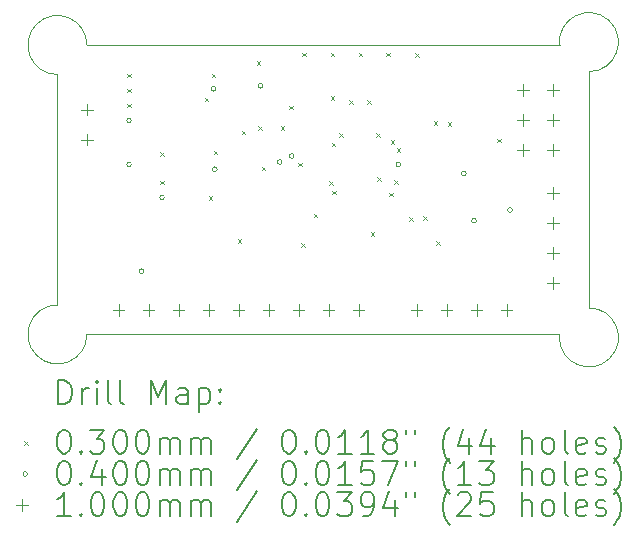
<source format=gbr>
%TF.GenerationSoftware,KiCad,Pcbnew,8.0.5*%
%TF.CreationDate,2024-12-04T08:57:26+06:00*%
%TF.ProjectId,MCU Datalogger,4d435520-4461-4746-916c-6f676765722e,rev?*%
%TF.SameCoordinates,Original*%
%TF.FileFunction,Drillmap*%
%TF.FilePolarity,Positive*%
%FSLAX45Y45*%
G04 Gerber Fmt 4.5, Leading zero omitted, Abs format (unit mm)*
G04 Created by KiCad (PCBNEW 8.0.5) date 2024-12-04 08:57:26*
%MOMM*%
%LPD*%
G01*
G04 APERTURE LIST*
%ADD10C,0.050000*%
%ADD11C,0.200000*%
%ADD12C,0.100000*%
G04 APERTURE END LIST*
D10*
X9000000Y-8200000D02*
X9000000Y-6250000D01*
X9000000Y-6250000D02*
G75*
G02*
X9250000Y-6000000I0J250000D01*
G01*
X9250000Y-8450000D02*
G75*
G02*
X9000000Y-8200000I-250000J0D01*
G01*
X13500000Y-6225000D02*
X13500000Y-8225000D01*
X13500000Y-8225000D02*
G75*
G02*
X13250000Y-8475000I0J-250000D01*
G01*
X9250000Y-6000000D02*
X13251241Y-5999876D01*
X9250000Y-8450000D02*
X13250000Y-8450000D01*
X13250000Y-8475000D02*
X13250000Y-8450000D01*
X13251241Y-5999876D02*
G75*
G02*
X13500000Y-6225000I248759J24876D01*
G01*
D11*
D12*
X9591280Y-6243560D02*
X9621280Y-6273560D01*
X9621280Y-6243560D02*
X9591280Y-6273560D01*
X9591280Y-6370560D02*
X9621280Y-6400560D01*
X9621280Y-6370560D02*
X9591280Y-6400560D01*
X9591280Y-6497560D02*
X9621280Y-6527560D01*
X9621280Y-6497560D02*
X9591280Y-6527560D01*
X9870680Y-6909040D02*
X9900680Y-6939040D01*
X9900680Y-6909040D02*
X9870680Y-6939040D01*
X9870680Y-7147800D02*
X9900680Y-7177800D01*
X9900680Y-7147800D02*
X9870680Y-7177800D01*
X10246600Y-6446760D02*
X10276600Y-6476760D01*
X10276600Y-6446760D02*
X10246600Y-6476760D01*
X10282160Y-7279880D02*
X10312160Y-7309880D01*
X10312160Y-7279880D02*
X10282160Y-7309880D01*
X10307560Y-6243560D02*
X10337560Y-6273560D01*
X10337560Y-6243560D02*
X10307560Y-6273560D01*
X10322800Y-6893800D02*
X10352800Y-6923800D01*
X10352800Y-6893800D02*
X10322800Y-6923800D01*
X10526000Y-7645640D02*
X10556000Y-7675640D01*
X10556000Y-7645640D02*
X10526000Y-7675640D01*
X10561560Y-6726160D02*
X10591560Y-6756160D01*
X10591560Y-6726160D02*
X10561560Y-6756160D01*
X10688560Y-6136880D02*
X10718560Y-6166880D01*
X10718560Y-6136880D02*
X10688560Y-6166880D01*
X10698720Y-6685520D02*
X10728720Y-6715520D01*
X10728720Y-6685520D02*
X10698720Y-6715520D01*
X10729200Y-7030960D02*
X10759200Y-7060960D01*
X10759200Y-7030960D02*
X10729200Y-7060960D01*
X10891760Y-6685520D02*
X10921760Y-6715520D01*
X10921760Y-6685520D02*
X10891760Y-6715520D01*
X10962880Y-6512800D02*
X10992880Y-6542800D01*
X10992880Y-6512800D02*
X10962880Y-6542800D01*
X11039080Y-6995400D02*
X11069080Y-7025400D01*
X11069080Y-6995400D02*
X11039080Y-7025400D01*
X11064480Y-7676120D02*
X11094480Y-7706120D01*
X11094480Y-7676120D02*
X11064480Y-7706120D01*
X11074640Y-6065760D02*
X11104640Y-6095760D01*
X11104640Y-6065760D02*
X11074640Y-6095760D01*
X11171160Y-7427200D02*
X11201160Y-7457200D01*
X11201160Y-7427200D02*
X11171160Y-7457200D01*
X11303240Y-7152880D02*
X11333240Y-7182880D01*
X11333240Y-7152880D02*
X11303240Y-7182880D01*
X11313400Y-6065760D02*
X11343400Y-6095760D01*
X11343400Y-6065760D02*
X11313400Y-6095760D01*
X11313400Y-6431520D02*
X11343400Y-6461520D01*
X11343400Y-6431520D02*
X11313400Y-6461520D01*
X11323560Y-6827760D02*
X11353560Y-6857760D01*
X11353560Y-6827760D02*
X11323560Y-6857760D01*
X11328640Y-7234160D02*
X11358640Y-7264160D01*
X11358640Y-7234160D02*
X11328640Y-7264160D01*
X11384520Y-6746480D02*
X11414520Y-6776480D01*
X11414520Y-6746480D02*
X11384520Y-6776480D01*
X11470880Y-6467080D02*
X11500880Y-6497080D01*
X11500880Y-6467080D02*
X11470880Y-6497080D01*
X11552160Y-6065760D02*
X11582160Y-6095760D01*
X11582160Y-6065760D02*
X11552160Y-6095760D01*
X11625000Y-6467080D02*
X11655000Y-6497080D01*
X11655000Y-6467080D02*
X11625000Y-6497080D01*
X11653760Y-7584680D02*
X11683760Y-7614680D01*
X11683760Y-7584680D02*
X11653760Y-7614680D01*
X11699480Y-6746480D02*
X11729480Y-6776480D01*
X11729480Y-6746480D02*
X11699480Y-6776480D01*
X11709640Y-7117320D02*
X11739640Y-7147320D01*
X11739640Y-7117320D02*
X11709640Y-7147320D01*
X11785840Y-6065760D02*
X11815840Y-6095760D01*
X11815840Y-6065760D02*
X11785840Y-6095760D01*
X11811240Y-7249400D02*
X11841240Y-7279400D01*
X11841240Y-7249400D02*
X11811240Y-7279400D01*
X11821400Y-6807440D02*
X11851400Y-6837440D01*
X11851400Y-6807440D02*
X11821400Y-6837440D01*
X11851880Y-7142720D02*
X11881880Y-7172720D01*
X11881880Y-7142720D02*
X11851880Y-7172720D01*
X11872200Y-6873480D02*
X11902200Y-6903480D01*
X11902200Y-6873480D02*
X11872200Y-6903480D01*
X11978880Y-7457680D02*
X12008880Y-7487680D01*
X12008880Y-7457680D02*
X11978880Y-7487680D01*
X12029680Y-6070840D02*
X12059680Y-6100840D01*
X12059680Y-6070840D02*
X12029680Y-6100840D01*
X12095720Y-7447520D02*
X12125720Y-7477520D01*
X12125720Y-7447520D02*
X12095720Y-7477520D01*
X12187160Y-6644880D02*
X12217160Y-6674880D01*
X12217160Y-6644880D02*
X12187160Y-6674880D01*
X12207480Y-7660880D02*
X12237480Y-7690880D01*
X12237480Y-7660880D02*
X12207480Y-7690880D01*
X12304000Y-6655040D02*
X12334000Y-6685040D01*
X12334000Y-6655040D02*
X12304000Y-6685040D01*
X12725640Y-6792200D02*
X12755640Y-6822200D01*
X12755640Y-6792200D02*
X12725640Y-6822200D01*
X9626280Y-6639560D02*
G75*
G02*
X9586280Y-6639560I-20000J0D01*
G01*
X9586280Y-6639560D02*
G75*
G02*
X9626280Y-6639560I20000J0D01*
G01*
X9626280Y-7010400D02*
G75*
G02*
X9586280Y-7010400I-20000J0D01*
G01*
X9586280Y-7010400D02*
G75*
G02*
X9626280Y-7010400I20000J0D01*
G01*
X9732960Y-7914640D02*
G75*
G02*
X9692960Y-7914640I-20000J0D01*
G01*
X9692960Y-7914640D02*
G75*
G02*
X9732960Y-7914640I20000J0D01*
G01*
X9905680Y-7289800D02*
G75*
G02*
X9865680Y-7289800I-20000J0D01*
G01*
X9865680Y-7289800D02*
G75*
G02*
X9905680Y-7289800I20000J0D01*
G01*
X10342560Y-6370320D02*
G75*
G02*
X10302560Y-6370320I-20000J0D01*
G01*
X10302560Y-6370320D02*
G75*
G02*
X10342560Y-6370320I20000J0D01*
G01*
X10352720Y-7051040D02*
G75*
G02*
X10312720Y-7051040I-20000J0D01*
G01*
X10312720Y-7051040D02*
G75*
G02*
X10352720Y-7051040I20000J0D01*
G01*
X10738800Y-6344920D02*
G75*
G02*
X10698800Y-6344920I-20000J0D01*
G01*
X10698800Y-6344920D02*
G75*
G02*
X10738800Y-6344920I20000J0D01*
G01*
X10901360Y-6990080D02*
G75*
G02*
X10861360Y-6990080I-20000J0D01*
G01*
X10861360Y-6990080D02*
G75*
G02*
X10901360Y-6990080I20000J0D01*
G01*
X11002960Y-6939280D02*
G75*
G02*
X10962960Y-6939280I-20000J0D01*
G01*
X10962960Y-6939280D02*
G75*
G02*
X11002960Y-6939280I20000J0D01*
G01*
X11907200Y-7010400D02*
G75*
G02*
X11867200Y-7010400I-20000J0D01*
G01*
X11867200Y-7010400D02*
G75*
G02*
X11907200Y-7010400I20000J0D01*
G01*
X12460920Y-7086600D02*
G75*
G02*
X12420920Y-7086600I-20000J0D01*
G01*
X12420920Y-7086600D02*
G75*
G02*
X12460920Y-7086600I20000J0D01*
G01*
X12547280Y-7487920D02*
G75*
G02*
X12507280Y-7487920I-20000J0D01*
G01*
X12507280Y-7487920D02*
G75*
G02*
X12547280Y-7487920I20000J0D01*
G01*
X12852080Y-7396480D02*
G75*
G02*
X12812080Y-7396480I-20000J0D01*
G01*
X12812080Y-7396480D02*
G75*
G02*
X12852080Y-7396480I20000J0D01*
G01*
X9250000Y-6496000D02*
X9250000Y-6596000D01*
X9200000Y-6546000D02*
X9300000Y-6546000D01*
X9250000Y-6750000D02*
X9250000Y-6850000D01*
X9200000Y-6800000D02*
X9300000Y-6800000D01*
X9518000Y-8190000D02*
X9518000Y-8290000D01*
X9468000Y-8240000D02*
X9568000Y-8240000D01*
X9772000Y-8190000D02*
X9772000Y-8290000D01*
X9722000Y-8240000D02*
X9822000Y-8240000D01*
X10026000Y-8190000D02*
X10026000Y-8290000D01*
X9976000Y-8240000D02*
X10076000Y-8240000D01*
X10280000Y-8190000D02*
X10280000Y-8290000D01*
X10230000Y-8240000D02*
X10330000Y-8240000D01*
X10534000Y-8190000D02*
X10534000Y-8290000D01*
X10484000Y-8240000D02*
X10584000Y-8240000D01*
X10788000Y-8190000D02*
X10788000Y-8290000D01*
X10738000Y-8240000D02*
X10838000Y-8240000D01*
X11042000Y-8190000D02*
X11042000Y-8290000D01*
X10992000Y-8240000D02*
X11092000Y-8240000D01*
X11296000Y-8190000D02*
X11296000Y-8290000D01*
X11246000Y-8240000D02*
X11346000Y-8240000D01*
X11550000Y-8190000D02*
X11550000Y-8290000D01*
X11500000Y-8240000D02*
X11600000Y-8240000D01*
X12041000Y-8190000D02*
X12041000Y-8290000D01*
X11991000Y-8240000D02*
X12091000Y-8240000D01*
X12295000Y-8190000D02*
X12295000Y-8290000D01*
X12245000Y-8240000D02*
X12345000Y-8240000D01*
X12549000Y-8190000D02*
X12549000Y-8290000D01*
X12499000Y-8240000D02*
X12599000Y-8240000D01*
X12803000Y-8190000D02*
X12803000Y-8290000D01*
X12753000Y-8240000D02*
X12853000Y-8240000D01*
X12940000Y-6332000D02*
X12940000Y-6432000D01*
X12890000Y-6382000D02*
X12990000Y-6382000D01*
X12940000Y-6586000D02*
X12940000Y-6686000D01*
X12890000Y-6636000D02*
X12990000Y-6636000D01*
X12940000Y-6840000D02*
X12940000Y-6940000D01*
X12890000Y-6890000D02*
X12990000Y-6890000D01*
X13194000Y-6332000D02*
X13194000Y-6432000D01*
X13144000Y-6382000D02*
X13244000Y-6382000D01*
X13194000Y-6586000D02*
X13194000Y-6686000D01*
X13144000Y-6636000D02*
X13244000Y-6636000D01*
X13194000Y-6840000D02*
X13194000Y-6940000D01*
X13144000Y-6890000D02*
X13244000Y-6890000D01*
X13194000Y-7204000D02*
X13194000Y-7304000D01*
X13144000Y-7254000D02*
X13244000Y-7254000D01*
X13194000Y-7458000D02*
X13194000Y-7558000D01*
X13144000Y-7508000D02*
X13244000Y-7508000D01*
X13194000Y-7712000D02*
X13194000Y-7812000D01*
X13144000Y-7762000D02*
X13244000Y-7762000D01*
X13194000Y-7966000D02*
X13194000Y-8066000D01*
X13144000Y-8016000D02*
X13244000Y-8016000D01*
D11*
X9008277Y-9038984D02*
X9008277Y-8838984D01*
X9008277Y-8838984D02*
X9055896Y-8838984D01*
X9055896Y-8838984D02*
X9084467Y-8848508D01*
X9084467Y-8848508D02*
X9103515Y-8867555D01*
X9103515Y-8867555D02*
X9113039Y-8886603D01*
X9113039Y-8886603D02*
X9122563Y-8924698D01*
X9122563Y-8924698D02*
X9122563Y-8953270D01*
X9122563Y-8953270D02*
X9113039Y-8991365D01*
X9113039Y-8991365D02*
X9103515Y-9010412D01*
X9103515Y-9010412D02*
X9084467Y-9029460D01*
X9084467Y-9029460D02*
X9055896Y-9038984D01*
X9055896Y-9038984D02*
X9008277Y-9038984D01*
X9208277Y-9038984D02*
X9208277Y-8905650D01*
X9208277Y-8943746D02*
X9217801Y-8924698D01*
X9217801Y-8924698D02*
X9227324Y-8915174D01*
X9227324Y-8915174D02*
X9246372Y-8905650D01*
X9246372Y-8905650D02*
X9265420Y-8905650D01*
X9332086Y-9038984D02*
X9332086Y-8905650D01*
X9332086Y-8838984D02*
X9322563Y-8848508D01*
X9322563Y-8848508D02*
X9332086Y-8858031D01*
X9332086Y-8858031D02*
X9341610Y-8848508D01*
X9341610Y-8848508D02*
X9332086Y-8838984D01*
X9332086Y-8838984D02*
X9332086Y-8858031D01*
X9455896Y-9038984D02*
X9436848Y-9029460D01*
X9436848Y-9029460D02*
X9427324Y-9010412D01*
X9427324Y-9010412D02*
X9427324Y-8838984D01*
X9560658Y-9038984D02*
X9541610Y-9029460D01*
X9541610Y-9029460D02*
X9532086Y-9010412D01*
X9532086Y-9010412D02*
X9532086Y-8838984D01*
X9789229Y-9038984D02*
X9789229Y-8838984D01*
X9789229Y-8838984D02*
X9855896Y-8981841D01*
X9855896Y-8981841D02*
X9922563Y-8838984D01*
X9922563Y-8838984D02*
X9922563Y-9038984D01*
X10103515Y-9038984D02*
X10103515Y-8934222D01*
X10103515Y-8934222D02*
X10093991Y-8915174D01*
X10093991Y-8915174D02*
X10074944Y-8905650D01*
X10074944Y-8905650D02*
X10036848Y-8905650D01*
X10036848Y-8905650D02*
X10017801Y-8915174D01*
X10103515Y-9029460D02*
X10084467Y-9038984D01*
X10084467Y-9038984D02*
X10036848Y-9038984D01*
X10036848Y-9038984D02*
X10017801Y-9029460D01*
X10017801Y-9029460D02*
X10008277Y-9010412D01*
X10008277Y-9010412D02*
X10008277Y-8991365D01*
X10008277Y-8991365D02*
X10017801Y-8972317D01*
X10017801Y-8972317D02*
X10036848Y-8962793D01*
X10036848Y-8962793D02*
X10084467Y-8962793D01*
X10084467Y-8962793D02*
X10103515Y-8953270D01*
X10198753Y-8905650D02*
X10198753Y-9105650D01*
X10198753Y-8915174D02*
X10217801Y-8905650D01*
X10217801Y-8905650D02*
X10255896Y-8905650D01*
X10255896Y-8905650D02*
X10274944Y-8915174D01*
X10274944Y-8915174D02*
X10284467Y-8924698D01*
X10284467Y-8924698D02*
X10293991Y-8943746D01*
X10293991Y-8943746D02*
X10293991Y-9000889D01*
X10293991Y-9000889D02*
X10284467Y-9019936D01*
X10284467Y-9019936D02*
X10274944Y-9029460D01*
X10274944Y-9029460D02*
X10255896Y-9038984D01*
X10255896Y-9038984D02*
X10217801Y-9038984D01*
X10217801Y-9038984D02*
X10198753Y-9029460D01*
X10379705Y-9019936D02*
X10389229Y-9029460D01*
X10389229Y-9029460D02*
X10379705Y-9038984D01*
X10379705Y-9038984D02*
X10370182Y-9029460D01*
X10370182Y-9029460D02*
X10379705Y-9019936D01*
X10379705Y-9019936D02*
X10379705Y-9038984D01*
X10379705Y-8915174D02*
X10389229Y-8924698D01*
X10389229Y-8924698D02*
X10379705Y-8934222D01*
X10379705Y-8934222D02*
X10370182Y-8924698D01*
X10370182Y-8924698D02*
X10379705Y-8915174D01*
X10379705Y-8915174D02*
X10379705Y-8934222D01*
D12*
X8717500Y-9352500D02*
X8747500Y-9382500D01*
X8747500Y-9352500D02*
X8717500Y-9382500D01*
D11*
X9046372Y-9258984D02*
X9065420Y-9258984D01*
X9065420Y-9258984D02*
X9084467Y-9268508D01*
X9084467Y-9268508D02*
X9093991Y-9278031D01*
X9093991Y-9278031D02*
X9103515Y-9297079D01*
X9103515Y-9297079D02*
X9113039Y-9335174D01*
X9113039Y-9335174D02*
X9113039Y-9382793D01*
X9113039Y-9382793D02*
X9103515Y-9420889D01*
X9103515Y-9420889D02*
X9093991Y-9439936D01*
X9093991Y-9439936D02*
X9084467Y-9449460D01*
X9084467Y-9449460D02*
X9065420Y-9458984D01*
X9065420Y-9458984D02*
X9046372Y-9458984D01*
X9046372Y-9458984D02*
X9027324Y-9449460D01*
X9027324Y-9449460D02*
X9017801Y-9439936D01*
X9017801Y-9439936D02*
X9008277Y-9420889D01*
X9008277Y-9420889D02*
X8998753Y-9382793D01*
X8998753Y-9382793D02*
X8998753Y-9335174D01*
X8998753Y-9335174D02*
X9008277Y-9297079D01*
X9008277Y-9297079D02*
X9017801Y-9278031D01*
X9017801Y-9278031D02*
X9027324Y-9268508D01*
X9027324Y-9268508D02*
X9046372Y-9258984D01*
X9198753Y-9439936D02*
X9208277Y-9449460D01*
X9208277Y-9449460D02*
X9198753Y-9458984D01*
X9198753Y-9458984D02*
X9189229Y-9449460D01*
X9189229Y-9449460D02*
X9198753Y-9439936D01*
X9198753Y-9439936D02*
X9198753Y-9458984D01*
X9274944Y-9258984D02*
X9398753Y-9258984D01*
X9398753Y-9258984D02*
X9332086Y-9335174D01*
X9332086Y-9335174D02*
X9360658Y-9335174D01*
X9360658Y-9335174D02*
X9379705Y-9344698D01*
X9379705Y-9344698D02*
X9389229Y-9354222D01*
X9389229Y-9354222D02*
X9398753Y-9373270D01*
X9398753Y-9373270D02*
X9398753Y-9420889D01*
X9398753Y-9420889D02*
X9389229Y-9439936D01*
X9389229Y-9439936D02*
X9379705Y-9449460D01*
X9379705Y-9449460D02*
X9360658Y-9458984D01*
X9360658Y-9458984D02*
X9303515Y-9458984D01*
X9303515Y-9458984D02*
X9284467Y-9449460D01*
X9284467Y-9449460D02*
X9274944Y-9439936D01*
X9522563Y-9258984D02*
X9541610Y-9258984D01*
X9541610Y-9258984D02*
X9560658Y-9268508D01*
X9560658Y-9268508D02*
X9570182Y-9278031D01*
X9570182Y-9278031D02*
X9579705Y-9297079D01*
X9579705Y-9297079D02*
X9589229Y-9335174D01*
X9589229Y-9335174D02*
X9589229Y-9382793D01*
X9589229Y-9382793D02*
X9579705Y-9420889D01*
X9579705Y-9420889D02*
X9570182Y-9439936D01*
X9570182Y-9439936D02*
X9560658Y-9449460D01*
X9560658Y-9449460D02*
X9541610Y-9458984D01*
X9541610Y-9458984D02*
X9522563Y-9458984D01*
X9522563Y-9458984D02*
X9503515Y-9449460D01*
X9503515Y-9449460D02*
X9493991Y-9439936D01*
X9493991Y-9439936D02*
X9484467Y-9420889D01*
X9484467Y-9420889D02*
X9474944Y-9382793D01*
X9474944Y-9382793D02*
X9474944Y-9335174D01*
X9474944Y-9335174D02*
X9484467Y-9297079D01*
X9484467Y-9297079D02*
X9493991Y-9278031D01*
X9493991Y-9278031D02*
X9503515Y-9268508D01*
X9503515Y-9268508D02*
X9522563Y-9258984D01*
X9713039Y-9258984D02*
X9732086Y-9258984D01*
X9732086Y-9258984D02*
X9751134Y-9268508D01*
X9751134Y-9268508D02*
X9760658Y-9278031D01*
X9760658Y-9278031D02*
X9770182Y-9297079D01*
X9770182Y-9297079D02*
X9779705Y-9335174D01*
X9779705Y-9335174D02*
X9779705Y-9382793D01*
X9779705Y-9382793D02*
X9770182Y-9420889D01*
X9770182Y-9420889D02*
X9760658Y-9439936D01*
X9760658Y-9439936D02*
X9751134Y-9449460D01*
X9751134Y-9449460D02*
X9732086Y-9458984D01*
X9732086Y-9458984D02*
X9713039Y-9458984D01*
X9713039Y-9458984D02*
X9693991Y-9449460D01*
X9693991Y-9449460D02*
X9684467Y-9439936D01*
X9684467Y-9439936D02*
X9674944Y-9420889D01*
X9674944Y-9420889D02*
X9665420Y-9382793D01*
X9665420Y-9382793D02*
X9665420Y-9335174D01*
X9665420Y-9335174D02*
X9674944Y-9297079D01*
X9674944Y-9297079D02*
X9684467Y-9278031D01*
X9684467Y-9278031D02*
X9693991Y-9268508D01*
X9693991Y-9268508D02*
X9713039Y-9258984D01*
X9865420Y-9458984D02*
X9865420Y-9325650D01*
X9865420Y-9344698D02*
X9874944Y-9335174D01*
X9874944Y-9335174D02*
X9893991Y-9325650D01*
X9893991Y-9325650D02*
X9922563Y-9325650D01*
X9922563Y-9325650D02*
X9941610Y-9335174D01*
X9941610Y-9335174D02*
X9951134Y-9354222D01*
X9951134Y-9354222D02*
X9951134Y-9458984D01*
X9951134Y-9354222D02*
X9960658Y-9335174D01*
X9960658Y-9335174D02*
X9979705Y-9325650D01*
X9979705Y-9325650D02*
X10008277Y-9325650D01*
X10008277Y-9325650D02*
X10027325Y-9335174D01*
X10027325Y-9335174D02*
X10036848Y-9354222D01*
X10036848Y-9354222D02*
X10036848Y-9458984D01*
X10132086Y-9458984D02*
X10132086Y-9325650D01*
X10132086Y-9344698D02*
X10141610Y-9335174D01*
X10141610Y-9335174D02*
X10160658Y-9325650D01*
X10160658Y-9325650D02*
X10189229Y-9325650D01*
X10189229Y-9325650D02*
X10208277Y-9335174D01*
X10208277Y-9335174D02*
X10217801Y-9354222D01*
X10217801Y-9354222D02*
X10217801Y-9458984D01*
X10217801Y-9354222D02*
X10227325Y-9335174D01*
X10227325Y-9335174D02*
X10246372Y-9325650D01*
X10246372Y-9325650D02*
X10274944Y-9325650D01*
X10274944Y-9325650D02*
X10293991Y-9335174D01*
X10293991Y-9335174D02*
X10303515Y-9354222D01*
X10303515Y-9354222D02*
X10303515Y-9458984D01*
X10693991Y-9249460D02*
X10522563Y-9506603D01*
X10951134Y-9258984D02*
X10970182Y-9258984D01*
X10970182Y-9258984D02*
X10989229Y-9268508D01*
X10989229Y-9268508D02*
X10998753Y-9278031D01*
X10998753Y-9278031D02*
X11008277Y-9297079D01*
X11008277Y-9297079D02*
X11017801Y-9335174D01*
X11017801Y-9335174D02*
X11017801Y-9382793D01*
X11017801Y-9382793D02*
X11008277Y-9420889D01*
X11008277Y-9420889D02*
X10998753Y-9439936D01*
X10998753Y-9439936D02*
X10989229Y-9449460D01*
X10989229Y-9449460D02*
X10970182Y-9458984D01*
X10970182Y-9458984D02*
X10951134Y-9458984D01*
X10951134Y-9458984D02*
X10932087Y-9449460D01*
X10932087Y-9449460D02*
X10922563Y-9439936D01*
X10922563Y-9439936D02*
X10913039Y-9420889D01*
X10913039Y-9420889D02*
X10903515Y-9382793D01*
X10903515Y-9382793D02*
X10903515Y-9335174D01*
X10903515Y-9335174D02*
X10913039Y-9297079D01*
X10913039Y-9297079D02*
X10922563Y-9278031D01*
X10922563Y-9278031D02*
X10932087Y-9268508D01*
X10932087Y-9268508D02*
X10951134Y-9258984D01*
X11103515Y-9439936D02*
X11113039Y-9449460D01*
X11113039Y-9449460D02*
X11103515Y-9458984D01*
X11103515Y-9458984D02*
X11093991Y-9449460D01*
X11093991Y-9449460D02*
X11103515Y-9439936D01*
X11103515Y-9439936D02*
X11103515Y-9458984D01*
X11236848Y-9258984D02*
X11255896Y-9258984D01*
X11255896Y-9258984D02*
X11274944Y-9268508D01*
X11274944Y-9268508D02*
X11284467Y-9278031D01*
X11284467Y-9278031D02*
X11293991Y-9297079D01*
X11293991Y-9297079D02*
X11303515Y-9335174D01*
X11303515Y-9335174D02*
X11303515Y-9382793D01*
X11303515Y-9382793D02*
X11293991Y-9420889D01*
X11293991Y-9420889D02*
X11284467Y-9439936D01*
X11284467Y-9439936D02*
X11274944Y-9449460D01*
X11274944Y-9449460D02*
X11255896Y-9458984D01*
X11255896Y-9458984D02*
X11236848Y-9458984D01*
X11236848Y-9458984D02*
X11217801Y-9449460D01*
X11217801Y-9449460D02*
X11208277Y-9439936D01*
X11208277Y-9439936D02*
X11198753Y-9420889D01*
X11198753Y-9420889D02*
X11189229Y-9382793D01*
X11189229Y-9382793D02*
X11189229Y-9335174D01*
X11189229Y-9335174D02*
X11198753Y-9297079D01*
X11198753Y-9297079D02*
X11208277Y-9278031D01*
X11208277Y-9278031D02*
X11217801Y-9268508D01*
X11217801Y-9268508D02*
X11236848Y-9258984D01*
X11493991Y-9458984D02*
X11379706Y-9458984D01*
X11436848Y-9458984D02*
X11436848Y-9258984D01*
X11436848Y-9258984D02*
X11417801Y-9287555D01*
X11417801Y-9287555D02*
X11398753Y-9306603D01*
X11398753Y-9306603D02*
X11379706Y-9316127D01*
X11684467Y-9458984D02*
X11570182Y-9458984D01*
X11627325Y-9458984D02*
X11627325Y-9258984D01*
X11627325Y-9258984D02*
X11608277Y-9287555D01*
X11608277Y-9287555D02*
X11589229Y-9306603D01*
X11589229Y-9306603D02*
X11570182Y-9316127D01*
X11798753Y-9344698D02*
X11779706Y-9335174D01*
X11779706Y-9335174D02*
X11770182Y-9325650D01*
X11770182Y-9325650D02*
X11760658Y-9306603D01*
X11760658Y-9306603D02*
X11760658Y-9297079D01*
X11760658Y-9297079D02*
X11770182Y-9278031D01*
X11770182Y-9278031D02*
X11779706Y-9268508D01*
X11779706Y-9268508D02*
X11798753Y-9258984D01*
X11798753Y-9258984D02*
X11836848Y-9258984D01*
X11836848Y-9258984D02*
X11855896Y-9268508D01*
X11855896Y-9268508D02*
X11865420Y-9278031D01*
X11865420Y-9278031D02*
X11874944Y-9297079D01*
X11874944Y-9297079D02*
X11874944Y-9306603D01*
X11874944Y-9306603D02*
X11865420Y-9325650D01*
X11865420Y-9325650D02*
X11855896Y-9335174D01*
X11855896Y-9335174D02*
X11836848Y-9344698D01*
X11836848Y-9344698D02*
X11798753Y-9344698D01*
X11798753Y-9344698D02*
X11779706Y-9354222D01*
X11779706Y-9354222D02*
X11770182Y-9363746D01*
X11770182Y-9363746D02*
X11760658Y-9382793D01*
X11760658Y-9382793D02*
X11760658Y-9420889D01*
X11760658Y-9420889D02*
X11770182Y-9439936D01*
X11770182Y-9439936D02*
X11779706Y-9449460D01*
X11779706Y-9449460D02*
X11798753Y-9458984D01*
X11798753Y-9458984D02*
X11836848Y-9458984D01*
X11836848Y-9458984D02*
X11855896Y-9449460D01*
X11855896Y-9449460D02*
X11865420Y-9439936D01*
X11865420Y-9439936D02*
X11874944Y-9420889D01*
X11874944Y-9420889D02*
X11874944Y-9382793D01*
X11874944Y-9382793D02*
X11865420Y-9363746D01*
X11865420Y-9363746D02*
X11855896Y-9354222D01*
X11855896Y-9354222D02*
X11836848Y-9344698D01*
X11951134Y-9258984D02*
X11951134Y-9297079D01*
X12027325Y-9258984D02*
X12027325Y-9297079D01*
X12322563Y-9535174D02*
X12313039Y-9525650D01*
X12313039Y-9525650D02*
X12293991Y-9497079D01*
X12293991Y-9497079D02*
X12284468Y-9478031D01*
X12284468Y-9478031D02*
X12274944Y-9449460D01*
X12274944Y-9449460D02*
X12265420Y-9401841D01*
X12265420Y-9401841D02*
X12265420Y-9363746D01*
X12265420Y-9363746D02*
X12274944Y-9316127D01*
X12274944Y-9316127D02*
X12284468Y-9287555D01*
X12284468Y-9287555D02*
X12293991Y-9268508D01*
X12293991Y-9268508D02*
X12313039Y-9239936D01*
X12313039Y-9239936D02*
X12322563Y-9230412D01*
X12484468Y-9325650D02*
X12484468Y-9458984D01*
X12436848Y-9249460D02*
X12389229Y-9392317D01*
X12389229Y-9392317D02*
X12513039Y-9392317D01*
X12674944Y-9325650D02*
X12674944Y-9458984D01*
X12627325Y-9249460D02*
X12579706Y-9392317D01*
X12579706Y-9392317D02*
X12703515Y-9392317D01*
X12932087Y-9458984D02*
X12932087Y-9258984D01*
X13017801Y-9458984D02*
X13017801Y-9354222D01*
X13017801Y-9354222D02*
X13008277Y-9335174D01*
X13008277Y-9335174D02*
X12989230Y-9325650D01*
X12989230Y-9325650D02*
X12960658Y-9325650D01*
X12960658Y-9325650D02*
X12941610Y-9335174D01*
X12941610Y-9335174D02*
X12932087Y-9344698D01*
X13141610Y-9458984D02*
X13122563Y-9449460D01*
X13122563Y-9449460D02*
X13113039Y-9439936D01*
X13113039Y-9439936D02*
X13103515Y-9420889D01*
X13103515Y-9420889D02*
X13103515Y-9363746D01*
X13103515Y-9363746D02*
X13113039Y-9344698D01*
X13113039Y-9344698D02*
X13122563Y-9335174D01*
X13122563Y-9335174D02*
X13141610Y-9325650D01*
X13141610Y-9325650D02*
X13170182Y-9325650D01*
X13170182Y-9325650D02*
X13189230Y-9335174D01*
X13189230Y-9335174D02*
X13198753Y-9344698D01*
X13198753Y-9344698D02*
X13208277Y-9363746D01*
X13208277Y-9363746D02*
X13208277Y-9420889D01*
X13208277Y-9420889D02*
X13198753Y-9439936D01*
X13198753Y-9439936D02*
X13189230Y-9449460D01*
X13189230Y-9449460D02*
X13170182Y-9458984D01*
X13170182Y-9458984D02*
X13141610Y-9458984D01*
X13322563Y-9458984D02*
X13303515Y-9449460D01*
X13303515Y-9449460D02*
X13293991Y-9430412D01*
X13293991Y-9430412D02*
X13293991Y-9258984D01*
X13474944Y-9449460D02*
X13455896Y-9458984D01*
X13455896Y-9458984D02*
X13417801Y-9458984D01*
X13417801Y-9458984D02*
X13398753Y-9449460D01*
X13398753Y-9449460D02*
X13389230Y-9430412D01*
X13389230Y-9430412D02*
X13389230Y-9354222D01*
X13389230Y-9354222D02*
X13398753Y-9335174D01*
X13398753Y-9335174D02*
X13417801Y-9325650D01*
X13417801Y-9325650D02*
X13455896Y-9325650D01*
X13455896Y-9325650D02*
X13474944Y-9335174D01*
X13474944Y-9335174D02*
X13484468Y-9354222D01*
X13484468Y-9354222D02*
X13484468Y-9373270D01*
X13484468Y-9373270D02*
X13389230Y-9392317D01*
X13560658Y-9449460D02*
X13579706Y-9458984D01*
X13579706Y-9458984D02*
X13617801Y-9458984D01*
X13617801Y-9458984D02*
X13636849Y-9449460D01*
X13636849Y-9449460D02*
X13646372Y-9430412D01*
X13646372Y-9430412D02*
X13646372Y-9420889D01*
X13646372Y-9420889D02*
X13636849Y-9401841D01*
X13636849Y-9401841D02*
X13617801Y-9392317D01*
X13617801Y-9392317D02*
X13589230Y-9392317D01*
X13589230Y-9392317D02*
X13570182Y-9382793D01*
X13570182Y-9382793D02*
X13560658Y-9363746D01*
X13560658Y-9363746D02*
X13560658Y-9354222D01*
X13560658Y-9354222D02*
X13570182Y-9335174D01*
X13570182Y-9335174D02*
X13589230Y-9325650D01*
X13589230Y-9325650D02*
X13617801Y-9325650D01*
X13617801Y-9325650D02*
X13636849Y-9335174D01*
X13713039Y-9535174D02*
X13722563Y-9525650D01*
X13722563Y-9525650D02*
X13741611Y-9497079D01*
X13741611Y-9497079D02*
X13751134Y-9478031D01*
X13751134Y-9478031D02*
X13760658Y-9449460D01*
X13760658Y-9449460D02*
X13770182Y-9401841D01*
X13770182Y-9401841D02*
X13770182Y-9363746D01*
X13770182Y-9363746D02*
X13760658Y-9316127D01*
X13760658Y-9316127D02*
X13751134Y-9287555D01*
X13751134Y-9287555D02*
X13741611Y-9268508D01*
X13741611Y-9268508D02*
X13722563Y-9239936D01*
X13722563Y-9239936D02*
X13713039Y-9230412D01*
D12*
X8747500Y-9631500D02*
G75*
G02*
X8707500Y-9631500I-20000J0D01*
G01*
X8707500Y-9631500D02*
G75*
G02*
X8747500Y-9631500I20000J0D01*
G01*
D11*
X9046372Y-9522984D02*
X9065420Y-9522984D01*
X9065420Y-9522984D02*
X9084467Y-9532508D01*
X9084467Y-9532508D02*
X9093991Y-9542031D01*
X9093991Y-9542031D02*
X9103515Y-9561079D01*
X9103515Y-9561079D02*
X9113039Y-9599174D01*
X9113039Y-9599174D02*
X9113039Y-9646793D01*
X9113039Y-9646793D02*
X9103515Y-9684889D01*
X9103515Y-9684889D02*
X9093991Y-9703936D01*
X9093991Y-9703936D02*
X9084467Y-9713460D01*
X9084467Y-9713460D02*
X9065420Y-9722984D01*
X9065420Y-9722984D02*
X9046372Y-9722984D01*
X9046372Y-9722984D02*
X9027324Y-9713460D01*
X9027324Y-9713460D02*
X9017801Y-9703936D01*
X9017801Y-9703936D02*
X9008277Y-9684889D01*
X9008277Y-9684889D02*
X8998753Y-9646793D01*
X8998753Y-9646793D02*
X8998753Y-9599174D01*
X8998753Y-9599174D02*
X9008277Y-9561079D01*
X9008277Y-9561079D02*
X9017801Y-9542031D01*
X9017801Y-9542031D02*
X9027324Y-9532508D01*
X9027324Y-9532508D02*
X9046372Y-9522984D01*
X9198753Y-9703936D02*
X9208277Y-9713460D01*
X9208277Y-9713460D02*
X9198753Y-9722984D01*
X9198753Y-9722984D02*
X9189229Y-9713460D01*
X9189229Y-9713460D02*
X9198753Y-9703936D01*
X9198753Y-9703936D02*
X9198753Y-9722984D01*
X9379705Y-9589650D02*
X9379705Y-9722984D01*
X9332086Y-9513460D02*
X9284467Y-9656317D01*
X9284467Y-9656317D02*
X9408277Y-9656317D01*
X9522563Y-9522984D02*
X9541610Y-9522984D01*
X9541610Y-9522984D02*
X9560658Y-9532508D01*
X9560658Y-9532508D02*
X9570182Y-9542031D01*
X9570182Y-9542031D02*
X9579705Y-9561079D01*
X9579705Y-9561079D02*
X9589229Y-9599174D01*
X9589229Y-9599174D02*
X9589229Y-9646793D01*
X9589229Y-9646793D02*
X9579705Y-9684889D01*
X9579705Y-9684889D02*
X9570182Y-9703936D01*
X9570182Y-9703936D02*
X9560658Y-9713460D01*
X9560658Y-9713460D02*
X9541610Y-9722984D01*
X9541610Y-9722984D02*
X9522563Y-9722984D01*
X9522563Y-9722984D02*
X9503515Y-9713460D01*
X9503515Y-9713460D02*
X9493991Y-9703936D01*
X9493991Y-9703936D02*
X9484467Y-9684889D01*
X9484467Y-9684889D02*
X9474944Y-9646793D01*
X9474944Y-9646793D02*
X9474944Y-9599174D01*
X9474944Y-9599174D02*
X9484467Y-9561079D01*
X9484467Y-9561079D02*
X9493991Y-9542031D01*
X9493991Y-9542031D02*
X9503515Y-9532508D01*
X9503515Y-9532508D02*
X9522563Y-9522984D01*
X9713039Y-9522984D02*
X9732086Y-9522984D01*
X9732086Y-9522984D02*
X9751134Y-9532508D01*
X9751134Y-9532508D02*
X9760658Y-9542031D01*
X9760658Y-9542031D02*
X9770182Y-9561079D01*
X9770182Y-9561079D02*
X9779705Y-9599174D01*
X9779705Y-9599174D02*
X9779705Y-9646793D01*
X9779705Y-9646793D02*
X9770182Y-9684889D01*
X9770182Y-9684889D02*
X9760658Y-9703936D01*
X9760658Y-9703936D02*
X9751134Y-9713460D01*
X9751134Y-9713460D02*
X9732086Y-9722984D01*
X9732086Y-9722984D02*
X9713039Y-9722984D01*
X9713039Y-9722984D02*
X9693991Y-9713460D01*
X9693991Y-9713460D02*
X9684467Y-9703936D01*
X9684467Y-9703936D02*
X9674944Y-9684889D01*
X9674944Y-9684889D02*
X9665420Y-9646793D01*
X9665420Y-9646793D02*
X9665420Y-9599174D01*
X9665420Y-9599174D02*
X9674944Y-9561079D01*
X9674944Y-9561079D02*
X9684467Y-9542031D01*
X9684467Y-9542031D02*
X9693991Y-9532508D01*
X9693991Y-9532508D02*
X9713039Y-9522984D01*
X9865420Y-9722984D02*
X9865420Y-9589650D01*
X9865420Y-9608698D02*
X9874944Y-9599174D01*
X9874944Y-9599174D02*
X9893991Y-9589650D01*
X9893991Y-9589650D02*
X9922563Y-9589650D01*
X9922563Y-9589650D02*
X9941610Y-9599174D01*
X9941610Y-9599174D02*
X9951134Y-9618222D01*
X9951134Y-9618222D02*
X9951134Y-9722984D01*
X9951134Y-9618222D02*
X9960658Y-9599174D01*
X9960658Y-9599174D02*
X9979705Y-9589650D01*
X9979705Y-9589650D02*
X10008277Y-9589650D01*
X10008277Y-9589650D02*
X10027325Y-9599174D01*
X10027325Y-9599174D02*
X10036848Y-9618222D01*
X10036848Y-9618222D02*
X10036848Y-9722984D01*
X10132086Y-9722984D02*
X10132086Y-9589650D01*
X10132086Y-9608698D02*
X10141610Y-9599174D01*
X10141610Y-9599174D02*
X10160658Y-9589650D01*
X10160658Y-9589650D02*
X10189229Y-9589650D01*
X10189229Y-9589650D02*
X10208277Y-9599174D01*
X10208277Y-9599174D02*
X10217801Y-9618222D01*
X10217801Y-9618222D02*
X10217801Y-9722984D01*
X10217801Y-9618222D02*
X10227325Y-9599174D01*
X10227325Y-9599174D02*
X10246372Y-9589650D01*
X10246372Y-9589650D02*
X10274944Y-9589650D01*
X10274944Y-9589650D02*
X10293991Y-9599174D01*
X10293991Y-9599174D02*
X10303515Y-9618222D01*
X10303515Y-9618222D02*
X10303515Y-9722984D01*
X10693991Y-9513460D02*
X10522563Y-9770603D01*
X10951134Y-9522984D02*
X10970182Y-9522984D01*
X10970182Y-9522984D02*
X10989229Y-9532508D01*
X10989229Y-9532508D02*
X10998753Y-9542031D01*
X10998753Y-9542031D02*
X11008277Y-9561079D01*
X11008277Y-9561079D02*
X11017801Y-9599174D01*
X11017801Y-9599174D02*
X11017801Y-9646793D01*
X11017801Y-9646793D02*
X11008277Y-9684889D01*
X11008277Y-9684889D02*
X10998753Y-9703936D01*
X10998753Y-9703936D02*
X10989229Y-9713460D01*
X10989229Y-9713460D02*
X10970182Y-9722984D01*
X10970182Y-9722984D02*
X10951134Y-9722984D01*
X10951134Y-9722984D02*
X10932087Y-9713460D01*
X10932087Y-9713460D02*
X10922563Y-9703936D01*
X10922563Y-9703936D02*
X10913039Y-9684889D01*
X10913039Y-9684889D02*
X10903515Y-9646793D01*
X10903515Y-9646793D02*
X10903515Y-9599174D01*
X10903515Y-9599174D02*
X10913039Y-9561079D01*
X10913039Y-9561079D02*
X10922563Y-9542031D01*
X10922563Y-9542031D02*
X10932087Y-9532508D01*
X10932087Y-9532508D02*
X10951134Y-9522984D01*
X11103515Y-9703936D02*
X11113039Y-9713460D01*
X11113039Y-9713460D02*
X11103515Y-9722984D01*
X11103515Y-9722984D02*
X11093991Y-9713460D01*
X11093991Y-9713460D02*
X11103515Y-9703936D01*
X11103515Y-9703936D02*
X11103515Y-9722984D01*
X11236848Y-9522984D02*
X11255896Y-9522984D01*
X11255896Y-9522984D02*
X11274944Y-9532508D01*
X11274944Y-9532508D02*
X11284467Y-9542031D01*
X11284467Y-9542031D02*
X11293991Y-9561079D01*
X11293991Y-9561079D02*
X11303515Y-9599174D01*
X11303515Y-9599174D02*
X11303515Y-9646793D01*
X11303515Y-9646793D02*
X11293991Y-9684889D01*
X11293991Y-9684889D02*
X11284467Y-9703936D01*
X11284467Y-9703936D02*
X11274944Y-9713460D01*
X11274944Y-9713460D02*
X11255896Y-9722984D01*
X11255896Y-9722984D02*
X11236848Y-9722984D01*
X11236848Y-9722984D02*
X11217801Y-9713460D01*
X11217801Y-9713460D02*
X11208277Y-9703936D01*
X11208277Y-9703936D02*
X11198753Y-9684889D01*
X11198753Y-9684889D02*
X11189229Y-9646793D01*
X11189229Y-9646793D02*
X11189229Y-9599174D01*
X11189229Y-9599174D02*
X11198753Y-9561079D01*
X11198753Y-9561079D02*
X11208277Y-9542031D01*
X11208277Y-9542031D02*
X11217801Y-9532508D01*
X11217801Y-9532508D02*
X11236848Y-9522984D01*
X11493991Y-9722984D02*
X11379706Y-9722984D01*
X11436848Y-9722984D02*
X11436848Y-9522984D01*
X11436848Y-9522984D02*
X11417801Y-9551555D01*
X11417801Y-9551555D02*
X11398753Y-9570603D01*
X11398753Y-9570603D02*
X11379706Y-9580127D01*
X11674944Y-9522984D02*
X11579706Y-9522984D01*
X11579706Y-9522984D02*
X11570182Y-9618222D01*
X11570182Y-9618222D02*
X11579706Y-9608698D01*
X11579706Y-9608698D02*
X11598753Y-9599174D01*
X11598753Y-9599174D02*
X11646372Y-9599174D01*
X11646372Y-9599174D02*
X11665420Y-9608698D01*
X11665420Y-9608698D02*
X11674944Y-9618222D01*
X11674944Y-9618222D02*
X11684467Y-9637270D01*
X11684467Y-9637270D02*
X11684467Y-9684889D01*
X11684467Y-9684889D02*
X11674944Y-9703936D01*
X11674944Y-9703936D02*
X11665420Y-9713460D01*
X11665420Y-9713460D02*
X11646372Y-9722984D01*
X11646372Y-9722984D02*
X11598753Y-9722984D01*
X11598753Y-9722984D02*
X11579706Y-9713460D01*
X11579706Y-9713460D02*
X11570182Y-9703936D01*
X11751134Y-9522984D02*
X11884467Y-9522984D01*
X11884467Y-9522984D02*
X11798753Y-9722984D01*
X11951134Y-9522984D02*
X11951134Y-9561079D01*
X12027325Y-9522984D02*
X12027325Y-9561079D01*
X12322563Y-9799174D02*
X12313039Y-9789650D01*
X12313039Y-9789650D02*
X12293991Y-9761079D01*
X12293991Y-9761079D02*
X12284468Y-9742031D01*
X12284468Y-9742031D02*
X12274944Y-9713460D01*
X12274944Y-9713460D02*
X12265420Y-9665841D01*
X12265420Y-9665841D02*
X12265420Y-9627746D01*
X12265420Y-9627746D02*
X12274944Y-9580127D01*
X12274944Y-9580127D02*
X12284468Y-9551555D01*
X12284468Y-9551555D02*
X12293991Y-9532508D01*
X12293991Y-9532508D02*
X12313039Y-9503936D01*
X12313039Y-9503936D02*
X12322563Y-9494412D01*
X12503515Y-9722984D02*
X12389229Y-9722984D01*
X12446372Y-9722984D02*
X12446372Y-9522984D01*
X12446372Y-9522984D02*
X12427325Y-9551555D01*
X12427325Y-9551555D02*
X12408277Y-9570603D01*
X12408277Y-9570603D02*
X12389229Y-9580127D01*
X12570182Y-9522984D02*
X12693991Y-9522984D01*
X12693991Y-9522984D02*
X12627325Y-9599174D01*
X12627325Y-9599174D02*
X12655896Y-9599174D01*
X12655896Y-9599174D02*
X12674944Y-9608698D01*
X12674944Y-9608698D02*
X12684468Y-9618222D01*
X12684468Y-9618222D02*
X12693991Y-9637270D01*
X12693991Y-9637270D02*
X12693991Y-9684889D01*
X12693991Y-9684889D02*
X12684468Y-9703936D01*
X12684468Y-9703936D02*
X12674944Y-9713460D01*
X12674944Y-9713460D02*
X12655896Y-9722984D01*
X12655896Y-9722984D02*
X12598753Y-9722984D01*
X12598753Y-9722984D02*
X12579706Y-9713460D01*
X12579706Y-9713460D02*
X12570182Y-9703936D01*
X12932087Y-9722984D02*
X12932087Y-9522984D01*
X13017801Y-9722984D02*
X13017801Y-9618222D01*
X13017801Y-9618222D02*
X13008277Y-9599174D01*
X13008277Y-9599174D02*
X12989230Y-9589650D01*
X12989230Y-9589650D02*
X12960658Y-9589650D01*
X12960658Y-9589650D02*
X12941610Y-9599174D01*
X12941610Y-9599174D02*
X12932087Y-9608698D01*
X13141610Y-9722984D02*
X13122563Y-9713460D01*
X13122563Y-9713460D02*
X13113039Y-9703936D01*
X13113039Y-9703936D02*
X13103515Y-9684889D01*
X13103515Y-9684889D02*
X13103515Y-9627746D01*
X13103515Y-9627746D02*
X13113039Y-9608698D01*
X13113039Y-9608698D02*
X13122563Y-9599174D01*
X13122563Y-9599174D02*
X13141610Y-9589650D01*
X13141610Y-9589650D02*
X13170182Y-9589650D01*
X13170182Y-9589650D02*
X13189230Y-9599174D01*
X13189230Y-9599174D02*
X13198753Y-9608698D01*
X13198753Y-9608698D02*
X13208277Y-9627746D01*
X13208277Y-9627746D02*
X13208277Y-9684889D01*
X13208277Y-9684889D02*
X13198753Y-9703936D01*
X13198753Y-9703936D02*
X13189230Y-9713460D01*
X13189230Y-9713460D02*
X13170182Y-9722984D01*
X13170182Y-9722984D02*
X13141610Y-9722984D01*
X13322563Y-9722984D02*
X13303515Y-9713460D01*
X13303515Y-9713460D02*
X13293991Y-9694412D01*
X13293991Y-9694412D02*
X13293991Y-9522984D01*
X13474944Y-9713460D02*
X13455896Y-9722984D01*
X13455896Y-9722984D02*
X13417801Y-9722984D01*
X13417801Y-9722984D02*
X13398753Y-9713460D01*
X13398753Y-9713460D02*
X13389230Y-9694412D01*
X13389230Y-9694412D02*
X13389230Y-9618222D01*
X13389230Y-9618222D02*
X13398753Y-9599174D01*
X13398753Y-9599174D02*
X13417801Y-9589650D01*
X13417801Y-9589650D02*
X13455896Y-9589650D01*
X13455896Y-9589650D02*
X13474944Y-9599174D01*
X13474944Y-9599174D02*
X13484468Y-9618222D01*
X13484468Y-9618222D02*
X13484468Y-9637270D01*
X13484468Y-9637270D02*
X13389230Y-9656317D01*
X13560658Y-9713460D02*
X13579706Y-9722984D01*
X13579706Y-9722984D02*
X13617801Y-9722984D01*
X13617801Y-9722984D02*
X13636849Y-9713460D01*
X13636849Y-9713460D02*
X13646372Y-9694412D01*
X13646372Y-9694412D02*
X13646372Y-9684889D01*
X13646372Y-9684889D02*
X13636849Y-9665841D01*
X13636849Y-9665841D02*
X13617801Y-9656317D01*
X13617801Y-9656317D02*
X13589230Y-9656317D01*
X13589230Y-9656317D02*
X13570182Y-9646793D01*
X13570182Y-9646793D02*
X13560658Y-9627746D01*
X13560658Y-9627746D02*
X13560658Y-9618222D01*
X13560658Y-9618222D02*
X13570182Y-9599174D01*
X13570182Y-9599174D02*
X13589230Y-9589650D01*
X13589230Y-9589650D02*
X13617801Y-9589650D01*
X13617801Y-9589650D02*
X13636849Y-9599174D01*
X13713039Y-9799174D02*
X13722563Y-9789650D01*
X13722563Y-9789650D02*
X13741611Y-9761079D01*
X13741611Y-9761079D02*
X13751134Y-9742031D01*
X13751134Y-9742031D02*
X13760658Y-9713460D01*
X13760658Y-9713460D02*
X13770182Y-9665841D01*
X13770182Y-9665841D02*
X13770182Y-9627746D01*
X13770182Y-9627746D02*
X13760658Y-9580127D01*
X13760658Y-9580127D02*
X13751134Y-9551555D01*
X13751134Y-9551555D02*
X13741611Y-9532508D01*
X13741611Y-9532508D02*
X13722563Y-9503936D01*
X13722563Y-9503936D02*
X13713039Y-9494412D01*
D12*
X8697500Y-9845500D02*
X8697500Y-9945500D01*
X8647500Y-9895500D02*
X8747500Y-9895500D01*
D11*
X9113039Y-9986984D02*
X8998753Y-9986984D01*
X9055896Y-9986984D02*
X9055896Y-9786984D01*
X9055896Y-9786984D02*
X9036848Y-9815555D01*
X9036848Y-9815555D02*
X9017801Y-9834603D01*
X9017801Y-9834603D02*
X8998753Y-9844127D01*
X9198753Y-9967936D02*
X9208277Y-9977460D01*
X9208277Y-9977460D02*
X9198753Y-9986984D01*
X9198753Y-9986984D02*
X9189229Y-9977460D01*
X9189229Y-9977460D02*
X9198753Y-9967936D01*
X9198753Y-9967936D02*
X9198753Y-9986984D01*
X9332086Y-9786984D02*
X9351134Y-9786984D01*
X9351134Y-9786984D02*
X9370182Y-9796508D01*
X9370182Y-9796508D02*
X9379705Y-9806031D01*
X9379705Y-9806031D02*
X9389229Y-9825079D01*
X9389229Y-9825079D02*
X9398753Y-9863174D01*
X9398753Y-9863174D02*
X9398753Y-9910793D01*
X9398753Y-9910793D02*
X9389229Y-9948889D01*
X9389229Y-9948889D02*
X9379705Y-9967936D01*
X9379705Y-9967936D02*
X9370182Y-9977460D01*
X9370182Y-9977460D02*
X9351134Y-9986984D01*
X9351134Y-9986984D02*
X9332086Y-9986984D01*
X9332086Y-9986984D02*
X9313039Y-9977460D01*
X9313039Y-9977460D02*
X9303515Y-9967936D01*
X9303515Y-9967936D02*
X9293991Y-9948889D01*
X9293991Y-9948889D02*
X9284467Y-9910793D01*
X9284467Y-9910793D02*
X9284467Y-9863174D01*
X9284467Y-9863174D02*
X9293991Y-9825079D01*
X9293991Y-9825079D02*
X9303515Y-9806031D01*
X9303515Y-9806031D02*
X9313039Y-9796508D01*
X9313039Y-9796508D02*
X9332086Y-9786984D01*
X9522563Y-9786984D02*
X9541610Y-9786984D01*
X9541610Y-9786984D02*
X9560658Y-9796508D01*
X9560658Y-9796508D02*
X9570182Y-9806031D01*
X9570182Y-9806031D02*
X9579705Y-9825079D01*
X9579705Y-9825079D02*
X9589229Y-9863174D01*
X9589229Y-9863174D02*
X9589229Y-9910793D01*
X9589229Y-9910793D02*
X9579705Y-9948889D01*
X9579705Y-9948889D02*
X9570182Y-9967936D01*
X9570182Y-9967936D02*
X9560658Y-9977460D01*
X9560658Y-9977460D02*
X9541610Y-9986984D01*
X9541610Y-9986984D02*
X9522563Y-9986984D01*
X9522563Y-9986984D02*
X9503515Y-9977460D01*
X9503515Y-9977460D02*
X9493991Y-9967936D01*
X9493991Y-9967936D02*
X9484467Y-9948889D01*
X9484467Y-9948889D02*
X9474944Y-9910793D01*
X9474944Y-9910793D02*
X9474944Y-9863174D01*
X9474944Y-9863174D02*
X9484467Y-9825079D01*
X9484467Y-9825079D02*
X9493991Y-9806031D01*
X9493991Y-9806031D02*
X9503515Y-9796508D01*
X9503515Y-9796508D02*
X9522563Y-9786984D01*
X9713039Y-9786984D02*
X9732086Y-9786984D01*
X9732086Y-9786984D02*
X9751134Y-9796508D01*
X9751134Y-9796508D02*
X9760658Y-9806031D01*
X9760658Y-9806031D02*
X9770182Y-9825079D01*
X9770182Y-9825079D02*
X9779705Y-9863174D01*
X9779705Y-9863174D02*
X9779705Y-9910793D01*
X9779705Y-9910793D02*
X9770182Y-9948889D01*
X9770182Y-9948889D02*
X9760658Y-9967936D01*
X9760658Y-9967936D02*
X9751134Y-9977460D01*
X9751134Y-9977460D02*
X9732086Y-9986984D01*
X9732086Y-9986984D02*
X9713039Y-9986984D01*
X9713039Y-9986984D02*
X9693991Y-9977460D01*
X9693991Y-9977460D02*
X9684467Y-9967936D01*
X9684467Y-9967936D02*
X9674944Y-9948889D01*
X9674944Y-9948889D02*
X9665420Y-9910793D01*
X9665420Y-9910793D02*
X9665420Y-9863174D01*
X9665420Y-9863174D02*
X9674944Y-9825079D01*
X9674944Y-9825079D02*
X9684467Y-9806031D01*
X9684467Y-9806031D02*
X9693991Y-9796508D01*
X9693991Y-9796508D02*
X9713039Y-9786984D01*
X9865420Y-9986984D02*
X9865420Y-9853650D01*
X9865420Y-9872698D02*
X9874944Y-9863174D01*
X9874944Y-9863174D02*
X9893991Y-9853650D01*
X9893991Y-9853650D02*
X9922563Y-9853650D01*
X9922563Y-9853650D02*
X9941610Y-9863174D01*
X9941610Y-9863174D02*
X9951134Y-9882222D01*
X9951134Y-9882222D02*
X9951134Y-9986984D01*
X9951134Y-9882222D02*
X9960658Y-9863174D01*
X9960658Y-9863174D02*
X9979705Y-9853650D01*
X9979705Y-9853650D02*
X10008277Y-9853650D01*
X10008277Y-9853650D02*
X10027325Y-9863174D01*
X10027325Y-9863174D02*
X10036848Y-9882222D01*
X10036848Y-9882222D02*
X10036848Y-9986984D01*
X10132086Y-9986984D02*
X10132086Y-9853650D01*
X10132086Y-9872698D02*
X10141610Y-9863174D01*
X10141610Y-9863174D02*
X10160658Y-9853650D01*
X10160658Y-9853650D02*
X10189229Y-9853650D01*
X10189229Y-9853650D02*
X10208277Y-9863174D01*
X10208277Y-9863174D02*
X10217801Y-9882222D01*
X10217801Y-9882222D02*
X10217801Y-9986984D01*
X10217801Y-9882222D02*
X10227325Y-9863174D01*
X10227325Y-9863174D02*
X10246372Y-9853650D01*
X10246372Y-9853650D02*
X10274944Y-9853650D01*
X10274944Y-9853650D02*
X10293991Y-9863174D01*
X10293991Y-9863174D02*
X10303515Y-9882222D01*
X10303515Y-9882222D02*
X10303515Y-9986984D01*
X10693991Y-9777460D02*
X10522563Y-10034603D01*
X10951134Y-9786984D02*
X10970182Y-9786984D01*
X10970182Y-9786984D02*
X10989229Y-9796508D01*
X10989229Y-9796508D02*
X10998753Y-9806031D01*
X10998753Y-9806031D02*
X11008277Y-9825079D01*
X11008277Y-9825079D02*
X11017801Y-9863174D01*
X11017801Y-9863174D02*
X11017801Y-9910793D01*
X11017801Y-9910793D02*
X11008277Y-9948889D01*
X11008277Y-9948889D02*
X10998753Y-9967936D01*
X10998753Y-9967936D02*
X10989229Y-9977460D01*
X10989229Y-9977460D02*
X10970182Y-9986984D01*
X10970182Y-9986984D02*
X10951134Y-9986984D01*
X10951134Y-9986984D02*
X10932087Y-9977460D01*
X10932087Y-9977460D02*
X10922563Y-9967936D01*
X10922563Y-9967936D02*
X10913039Y-9948889D01*
X10913039Y-9948889D02*
X10903515Y-9910793D01*
X10903515Y-9910793D02*
X10903515Y-9863174D01*
X10903515Y-9863174D02*
X10913039Y-9825079D01*
X10913039Y-9825079D02*
X10922563Y-9806031D01*
X10922563Y-9806031D02*
X10932087Y-9796508D01*
X10932087Y-9796508D02*
X10951134Y-9786984D01*
X11103515Y-9967936D02*
X11113039Y-9977460D01*
X11113039Y-9977460D02*
X11103515Y-9986984D01*
X11103515Y-9986984D02*
X11093991Y-9977460D01*
X11093991Y-9977460D02*
X11103515Y-9967936D01*
X11103515Y-9967936D02*
X11103515Y-9986984D01*
X11236848Y-9786984D02*
X11255896Y-9786984D01*
X11255896Y-9786984D02*
X11274944Y-9796508D01*
X11274944Y-9796508D02*
X11284467Y-9806031D01*
X11284467Y-9806031D02*
X11293991Y-9825079D01*
X11293991Y-9825079D02*
X11303515Y-9863174D01*
X11303515Y-9863174D02*
X11303515Y-9910793D01*
X11303515Y-9910793D02*
X11293991Y-9948889D01*
X11293991Y-9948889D02*
X11284467Y-9967936D01*
X11284467Y-9967936D02*
X11274944Y-9977460D01*
X11274944Y-9977460D02*
X11255896Y-9986984D01*
X11255896Y-9986984D02*
X11236848Y-9986984D01*
X11236848Y-9986984D02*
X11217801Y-9977460D01*
X11217801Y-9977460D02*
X11208277Y-9967936D01*
X11208277Y-9967936D02*
X11198753Y-9948889D01*
X11198753Y-9948889D02*
X11189229Y-9910793D01*
X11189229Y-9910793D02*
X11189229Y-9863174D01*
X11189229Y-9863174D02*
X11198753Y-9825079D01*
X11198753Y-9825079D02*
X11208277Y-9806031D01*
X11208277Y-9806031D02*
X11217801Y-9796508D01*
X11217801Y-9796508D02*
X11236848Y-9786984D01*
X11370182Y-9786984D02*
X11493991Y-9786984D01*
X11493991Y-9786984D02*
X11427325Y-9863174D01*
X11427325Y-9863174D02*
X11455896Y-9863174D01*
X11455896Y-9863174D02*
X11474944Y-9872698D01*
X11474944Y-9872698D02*
X11484467Y-9882222D01*
X11484467Y-9882222D02*
X11493991Y-9901270D01*
X11493991Y-9901270D02*
X11493991Y-9948889D01*
X11493991Y-9948889D02*
X11484467Y-9967936D01*
X11484467Y-9967936D02*
X11474944Y-9977460D01*
X11474944Y-9977460D02*
X11455896Y-9986984D01*
X11455896Y-9986984D02*
X11398753Y-9986984D01*
X11398753Y-9986984D02*
X11379706Y-9977460D01*
X11379706Y-9977460D02*
X11370182Y-9967936D01*
X11589229Y-9986984D02*
X11627325Y-9986984D01*
X11627325Y-9986984D02*
X11646372Y-9977460D01*
X11646372Y-9977460D02*
X11655896Y-9967936D01*
X11655896Y-9967936D02*
X11674944Y-9939365D01*
X11674944Y-9939365D02*
X11684467Y-9901270D01*
X11684467Y-9901270D02*
X11684467Y-9825079D01*
X11684467Y-9825079D02*
X11674944Y-9806031D01*
X11674944Y-9806031D02*
X11665420Y-9796508D01*
X11665420Y-9796508D02*
X11646372Y-9786984D01*
X11646372Y-9786984D02*
X11608277Y-9786984D01*
X11608277Y-9786984D02*
X11589229Y-9796508D01*
X11589229Y-9796508D02*
X11579706Y-9806031D01*
X11579706Y-9806031D02*
X11570182Y-9825079D01*
X11570182Y-9825079D02*
X11570182Y-9872698D01*
X11570182Y-9872698D02*
X11579706Y-9891746D01*
X11579706Y-9891746D02*
X11589229Y-9901270D01*
X11589229Y-9901270D02*
X11608277Y-9910793D01*
X11608277Y-9910793D02*
X11646372Y-9910793D01*
X11646372Y-9910793D02*
X11665420Y-9901270D01*
X11665420Y-9901270D02*
X11674944Y-9891746D01*
X11674944Y-9891746D02*
X11684467Y-9872698D01*
X11855896Y-9853650D02*
X11855896Y-9986984D01*
X11808277Y-9777460D02*
X11760658Y-9920317D01*
X11760658Y-9920317D02*
X11884467Y-9920317D01*
X11951134Y-9786984D02*
X11951134Y-9825079D01*
X12027325Y-9786984D02*
X12027325Y-9825079D01*
X12322563Y-10063174D02*
X12313039Y-10053650D01*
X12313039Y-10053650D02*
X12293991Y-10025079D01*
X12293991Y-10025079D02*
X12284468Y-10006031D01*
X12284468Y-10006031D02*
X12274944Y-9977460D01*
X12274944Y-9977460D02*
X12265420Y-9929841D01*
X12265420Y-9929841D02*
X12265420Y-9891746D01*
X12265420Y-9891746D02*
X12274944Y-9844127D01*
X12274944Y-9844127D02*
X12284468Y-9815555D01*
X12284468Y-9815555D02*
X12293991Y-9796508D01*
X12293991Y-9796508D02*
X12313039Y-9767936D01*
X12313039Y-9767936D02*
X12322563Y-9758412D01*
X12389229Y-9806031D02*
X12398753Y-9796508D01*
X12398753Y-9796508D02*
X12417801Y-9786984D01*
X12417801Y-9786984D02*
X12465420Y-9786984D01*
X12465420Y-9786984D02*
X12484468Y-9796508D01*
X12484468Y-9796508D02*
X12493991Y-9806031D01*
X12493991Y-9806031D02*
X12503515Y-9825079D01*
X12503515Y-9825079D02*
X12503515Y-9844127D01*
X12503515Y-9844127D02*
X12493991Y-9872698D01*
X12493991Y-9872698D02*
X12379706Y-9986984D01*
X12379706Y-9986984D02*
X12503515Y-9986984D01*
X12684468Y-9786984D02*
X12589229Y-9786984D01*
X12589229Y-9786984D02*
X12579706Y-9882222D01*
X12579706Y-9882222D02*
X12589229Y-9872698D01*
X12589229Y-9872698D02*
X12608277Y-9863174D01*
X12608277Y-9863174D02*
X12655896Y-9863174D01*
X12655896Y-9863174D02*
X12674944Y-9872698D01*
X12674944Y-9872698D02*
X12684468Y-9882222D01*
X12684468Y-9882222D02*
X12693991Y-9901270D01*
X12693991Y-9901270D02*
X12693991Y-9948889D01*
X12693991Y-9948889D02*
X12684468Y-9967936D01*
X12684468Y-9967936D02*
X12674944Y-9977460D01*
X12674944Y-9977460D02*
X12655896Y-9986984D01*
X12655896Y-9986984D02*
X12608277Y-9986984D01*
X12608277Y-9986984D02*
X12589229Y-9977460D01*
X12589229Y-9977460D02*
X12579706Y-9967936D01*
X12932087Y-9986984D02*
X12932087Y-9786984D01*
X13017801Y-9986984D02*
X13017801Y-9882222D01*
X13017801Y-9882222D02*
X13008277Y-9863174D01*
X13008277Y-9863174D02*
X12989230Y-9853650D01*
X12989230Y-9853650D02*
X12960658Y-9853650D01*
X12960658Y-9853650D02*
X12941610Y-9863174D01*
X12941610Y-9863174D02*
X12932087Y-9872698D01*
X13141610Y-9986984D02*
X13122563Y-9977460D01*
X13122563Y-9977460D02*
X13113039Y-9967936D01*
X13113039Y-9967936D02*
X13103515Y-9948889D01*
X13103515Y-9948889D02*
X13103515Y-9891746D01*
X13103515Y-9891746D02*
X13113039Y-9872698D01*
X13113039Y-9872698D02*
X13122563Y-9863174D01*
X13122563Y-9863174D02*
X13141610Y-9853650D01*
X13141610Y-9853650D02*
X13170182Y-9853650D01*
X13170182Y-9853650D02*
X13189230Y-9863174D01*
X13189230Y-9863174D02*
X13198753Y-9872698D01*
X13198753Y-9872698D02*
X13208277Y-9891746D01*
X13208277Y-9891746D02*
X13208277Y-9948889D01*
X13208277Y-9948889D02*
X13198753Y-9967936D01*
X13198753Y-9967936D02*
X13189230Y-9977460D01*
X13189230Y-9977460D02*
X13170182Y-9986984D01*
X13170182Y-9986984D02*
X13141610Y-9986984D01*
X13322563Y-9986984D02*
X13303515Y-9977460D01*
X13303515Y-9977460D02*
X13293991Y-9958412D01*
X13293991Y-9958412D02*
X13293991Y-9786984D01*
X13474944Y-9977460D02*
X13455896Y-9986984D01*
X13455896Y-9986984D02*
X13417801Y-9986984D01*
X13417801Y-9986984D02*
X13398753Y-9977460D01*
X13398753Y-9977460D02*
X13389230Y-9958412D01*
X13389230Y-9958412D02*
X13389230Y-9882222D01*
X13389230Y-9882222D02*
X13398753Y-9863174D01*
X13398753Y-9863174D02*
X13417801Y-9853650D01*
X13417801Y-9853650D02*
X13455896Y-9853650D01*
X13455896Y-9853650D02*
X13474944Y-9863174D01*
X13474944Y-9863174D02*
X13484468Y-9882222D01*
X13484468Y-9882222D02*
X13484468Y-9901270D01*
X13484468Y-9901270D02*
X13389230Y-9920317D01*
X13560658Y-9977460D02*
X13579706Y-9986984D01*
X13579706Y-9986984D02*
X13617801Y-9986984D01*
X13617801Y-9986984D02*
X13636849Y-9977460D01*
X13636849Y-9977460D02*
X13646372Y-9958412D01*
X13646372Y-9958412D02*
X13646372Y-9948889D01*
X13646372Y-9948889D02*
X13636849Y-9929841D01*
X13636849Y-9929841D02*
X13617801Y-9920317D01*
X13617801Y-9920317D02*
X13589230Y-9920317D01*
X13589230Y-9920317D02*
X13570182Y-9910793D01*
X13570182Y-9910793D02*
X13560658Y-9891746D01*
X13560658Y-9891746D02*
X13560658Y-9882222D01*
X13560658Y-9882222D02*
X13570182Y-9863174D01*
X13570182Y-9863174D02*
X13589230Y-9853650D01*
X13589230Y-9853650D02*
X13617801Y-9853650D01*
X13617801Y-9853650D02*
X13636849Y-9863174D01*
X13713039Y-10063174D02*
X13722563Y-10053650D01*
X13722563Y-10053650D02*
X13741611Y-10025079D01*
X13741611Y-10025079D02*
X13751134Y-10006031D01*
X13751134Y-10006031D02*
X13760658Y-9977460D01*
X13760658Y-9977460D02*
X13770182Y-9929841D01*
X13770182Y-9929841D02*
X13770182Y-9891746D01*
X13770182Y-9891746D02*
X13760658Y-9844127D01*
X13760658Y-9844127D02*
X13751134Y-9815555D01*
X13751134Y-9815555D02*
X13741611Y-9796508D01*
X13741611Y-9796508D02*
X13722563Y-9767936D01*
X13722563Y-9767936D02*
X13713039Y-9758412D01*
M02*

</source>
